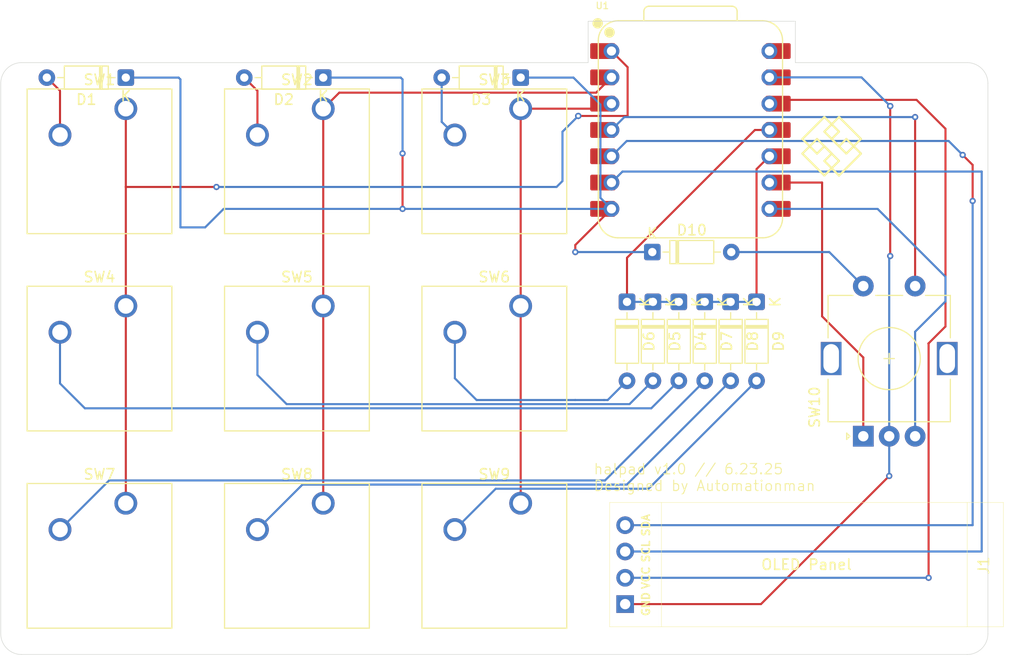
<source format=kicad_pcb>
(kicad_pcb (version 20241229) (generator "pcbnew") (generator_version "9.0")
  (layers (0 "F.Cu" signal) (2 "B.Cu" signal) (13 "F.Paste" user) (15 "B.Paste" user) (5 "F.SilkS" user "F.Silkscreen") (7 "B.SilkS" user "B.Silkscreen") (1 "F.Mask" user) (3 "B.Mask" user) (25 "Edge.Cuts" user))
  (net 0 "")
  (net 1 "SDA")
  (net 2 "SCL")
  (net 3 "Net-(J1-Pin_2)")
  (net 4 "GND")
  (net 5 "Net-(D1-A)")
  (net 6 "COL0")
  (net 7 "COL1")
  (net 8 "Net-(D2-A)")
  (net 9 "COL2")
  (net 10 "Net-(D3-A)")
  (net 11 "Net-(D4-A)")
  (net 12 "Net-(D5-A)")
  (net 13 "Net-(D6-A)")
  (net 14 "Net-(D7-A)")
  (net 15 "Net-(D8-A)")
  (net 16 "Net-(D9-A)")
  (net 17 "EC11SWA")
  (net 18 "EC11RB")
  (net 19 "COL3")
  (net 20 "EC11RA")
  (net 21 "Net-(D1-K)")
  (net 22 "VCC")
  (net 23 "ROW2")
  (net 24 "ROW1")
  (footprint "Button_Switch_Keyboard:SW_Cherry_MX_1.00u_PCB" (layer "F.Cu") (at 119.05 50)
    (property "Reference" "SW2" (at -2.54 -2.794 0) (layer "F.SilkS"))
    (property "Value" "SW_Push_45deg")
    (fp_line (start -9.525 -1.905) (end 4.445 -1.905) (stroke (width 0.12)) (layer "F.SilkS"))
    (fp_line (start -9.525 12.065) (end -9.525 -1.905) (stroke (width 0.12)) (layer "F.SilkS"))
    (fp_line (start 4.445 -1.905) (end 4.445 12.065) (stroke (width 0.12)) (layer "F.SilkS"))
    (fp_line (start 4.445 12.065) (end -9.525 12.065) (stroke (width 0.12)) (layer "F.SilkS"))
    (pad "" np_thru_hole circle (at -7.62 5.08) (size 1.7 1.7) (drill 1.7) (layers "*.Cu" "*.Mask"))
    (pad "" np_thru_hole circle (at -2.54 5.08) (size 4 4) (drill 4) (layers "*.Cu" "*.Mask"))
    (pad "" np_thru_hole circle (at 2.54 5.08) (size 1.7 1.7) (drill 1.7) (layers "*.Cu" "*.Mask"))
    (pad "1" thru_hole circle (at 0 0) (size 2.2 2.2) (drill 1.5) (layers "*.Cu" "*.Mask") (net 7 "COL1"))
    (pad "2" thru_hole circle (at -6.35 2.54) (size 2.2 2.2) (drill 1.5) (layers "*.Cu" "*.Mask") (net 8 "Net-(D2-A)"))
  )
  (footprint "OLED:SSD1306-0.91-OLED-4pin-128x32" (layer "F.Cu") (at 184.682 100.03 180)
    (property "Reference" "J1" (at 1.9 5.91 90) (layer "F.SilkS"))
    (property "Value" "OLED")
    (fp_line (start 38 12) (end 38 0) (stroke (width 0.04)) (layer "F.SilkS"))
    (fp_line (start 38 0) (end 0 0) (stroke (width 0.04)) (layer "F.SilkS"))
    (fp_line (start 33 0) (end 33 12) (stroke (width 0.04)) (layer "F.SilkS"))
    (fp_line (start 3.5 0) (end 3.5 12) (stroke (width 0.04)) (layer "F.SilkS"))
    (fp_line (start 0 12) (end 38 12) (stroke (width 0.04)) (layer "F.SilkS"))
    (fp_line (start 0 0) (end 0 12) (stroke (width 0.04)) (layer "F.SilkS"))
    (fp_text user "VCC" (at 34.5 4.73 90) (layer "F.SilkS") (effects (font (size 0.75 0.75))))
    (fp_text user "SDA" (at 34.5 9.81 90) (layer "F.SilkS") (effects (font (size 0.75 0.75))))
    (fp_text user "OLED Panel" (at 19 6 0) (layer "F.SilkS"))
    (fp_text user "SCL" (at 34.5 7.27 90) (layer "F.SilkS") (effects (font (size 0.75 0.75))))
    (fp_text user "GND" (at 34.5 2.19 90) (layer "F.SilkS") (effects (font (size 0.75 0.75))))
    (pad "1" thru_hole rect (at 36.5 2.19 180) (size 1.7 1.7) (drill 1) (layers "*.Cu" "*.Mask") (net 4 "GND"))
    (pad "2" thru_hole oval (at 36.5 4.73 180) (size 1.7 1.7) (drill 1) (layers "*.Cu" "*.Mask") (net 3 "Net-(J1-Pin_2)"))
    (pad "3" thru_hole oval (at 36.5 7.27 180) (size 1.7 1.7) (drill 1) (layers "*.Cu" "*.Mask") (net 2 "SCL"))
    (pad "4" thru_hole oval (at 36.5 9.81 180) (size 1.7 1.7) (drill 1) (layers "*.Cu" "*.Mask") (net 1 "SDA"))
  )
  (footprint "Diode_THT:D_DO-35_SOD27_P7.62mm_Horizontal" (layer "F.Cu") (at 153.36 68.655 -90)
    (property "Reference" "D4" (at 3.81 -2.12 90) (layer "F.SilkS"))
    (property "Value" "1N4148")
    (fp_line (start 1.04 0) (end 1.69 0) (stroke (width 0.12)) (layer "F.SilkS"))
    (fp_line (start 6.58 0) (end 5.93 0) (stroke (width 0.12)) (layer "F.SilkS"))
    (fp_line (start 2.29 -1.12) (end 2.29 1.12) (stroke (width 0.12)) (layer "F.SilkS"))
    (fp_line (start 2.41 -1.12) (end 2.41 1.12) (stroke (width 0.12)) (layer "F.SilkS"))
    (fp_line (start 2.53 -1.12) (end 2.53 1.12) (stroke (width 0.12)) (layer "F.SilkS"))
    (fp_rect (start 1.69 -1.12) (end 5.93 1.12) (stroke (width 0.12)) (fill no) (layer "F.SilkS"))
    (fp_text user "K" (at 0 -1.8 90) (layer "F.SilkS"))
    (pad "1" thru_hole roundrect (at 0 0 270) (size 1.6 1.6) (drill 0.8) (layers "*.Cu" "*.Mask") (roundrect_rratio 0.15625) (net 24 "ROW1"))
    (pad "2" thru_hole circle (at 7.62 0 270) (size 1.6 1.6) (drill 0.8) (layers "*.Cu" "*.Mask") (net 11 "Net-(D4-A)"))
  )
  (footprint "Diode_THT:D_DO-35_SOD27_P7.62mm_Horizontal" (layer "F.Cu") (at 138.1 47 180)
    (property "Reference" "D3" (at 3.81 -2.12 0) (layer "F.SilkS"))
    (property "Value" "1N4148")
    (fp_line (start 6.58 0) (end 5.93 0) (stroke (width 0.12)) (layer "F.SilkS"))
    (fp_line (start 2.53 -1.12) (end 2.53 1.12) (stroke (width 0.12)) (layer "F.SilkS"))
    (fp_line (start 2.41 -1.12) (end 2.41 1.12) (stroke (width 0.12)) (layer "F.SilkS"))
    (fp_line (start 2.29 -1.12) (end 2.29 1.12) (stroke (width 0.12)) (layer "F.SilkS"))
    (fp_line (start 1.04 0) (end 1.69 0) (stroke (width 0.12)) (layer "F.SilkS"))
    (fp_rect (start 1.69 -1.12) (end 5.93 1.12) (stroke (width 0.12)) (fill no) (layer "F.SilkS"))
    (fp_text user "K" (at 0 -1.8 0) (layer "F.SilkS"))
    (pad "1" thru_hole roundrect (at 0 0 180) (size 1.6 1.6) (drill 0.8) (layers "*.Cu" "*.Mask") (roundrect_rratio 0.15625) (net 21 "Net-(D1-K)"))
    (pad "2" thru_hole circle (at 7.62 0 180) (size 1.6 1.6) (drill 0.8) (layers "*.Cu" "*.Mask") (net 10 "Net-(D3-A)"))
  )
  (footprint "Diode_THT:D_DO-35_SOD27_P7.62mm_Horizontal" (layer "F.Cu") (at 155.86 68.655 -90)
    (property "Reference" "D7" (at 3.81 -2.12 90) (layer "F.SilkS"))
    (property "Value" "1N4148")
    (fp_line (start 1.04 0) (end 1.69 0) (stroke (width 0.12)) (layer "F.SilkS"))
    (fp_line (start 6.58 0) (end 5.93 0) (stroke (width 0.12)) (layer "F.SilkS"))
    (fp_line (start 2.29 -1.12) (end 2.29 1.12) (stroke (width 0.12)) (layer "F.SilkS"))
    (fp_line (start 2.41 -1.12) (end 2.41 1.12) (stroke (width 0.12)) (layer "F.SilkS"))
    (fp_line (start 2.53 -1.12) (end 2.53 1.12) (stroke (width 0.12)) (layer "F.SilkS"))
    (fp_rect (start 1.69 -1.12) (end 5.93 1.12) (stroke (width 0.12)) (fill no) (layer "F.SilkS"))
    (fp_text user "K" (at 0 -1.8 90) (layer "F.SilkS"))
    (pad "1" thru_hole roundrect (at 0 0 270) (size 1.6 1.6) (drill 0.8) (layers "*.Cu" "*.Mask") (roundrect_rratio 0.15625) (net 23 "ROW2"))
    (pad "2" thru_hole circle (at 7.62 0 270) (size 1.6 1.6) (drill 0.8) (layers "*.Cu" "*.Mask") (net 14 "Net-(D7-A)"))
  )
  (footprint "Diode_THT:D_DO-35_SOD27_P7.62mm_Horizontal" (layer "F.Cu") (at 160.86 68.655 -90)
    (property "Reference" "D9" (at 3.81 -2.12 90) (layer "F.SilkS"))
    (property "Value" "1N4148")
    (fp_line (start 1.04 0) (end 1.69 0) (stroke (width 0.12)) (layer "F.SilkS"))
    (fp_line (start 6.58 0) (end 5.93 0) (stroke (width 0.12)) (layer "F.SilkS"))
    (fp_line (start 2.29 -1.12) (end 2.29 1.12) (stroke (width 0.12)) (layer "F.SilkS"))
    (fp_line (start 2.41 -1.12) (end 2.41 1.12) (stroke (width 0.12)) (layer "F.SilkS"))
    (fp_line (start 2.53 -1.12) (end 2.53 1.12) (stroke (width 0.12)) (layer "F.SilkS"))
    (fp_rect (start 1.69 -1.12) (end 5.93 1.12) (stroke (width 0.12)) (fill no) (layer "F.SilkS"))
    (fp_text user "K" (at 0 -1.8 90) (layer "F.SilkS"))
    (pad "1" thru_hole roundrect (at 0 0 270) (size 1.6 1.6) (drill 0.8) (layers "*.Cu" "*.Mask") (roundrect_rratio 0.15625) (net 23 "ROW2"))
    (pad "2" thru_hole circle (at 7.62 0 270) (size 1.6 1.6) (drill 0.8) (layers "*.Cu" "*.Mask") (net 16 "Net-(D9-A)"))
  )
  (footprint "Diode_THT:D_DO-35_SOD27_P7.62mm_Horizontal" (layer "F.Cu") (at 100 47 180)
    (property "Reference" "D1" (at 3.81 -2.12 0) (layer "F.SilkS"))
    (property "Value" "1N4148")
    (fp_line (start 6.58 0) (end 5.93 0) (stroke (width 0.12)) (layer "F.SilkS"))
    (fp_line (start 2.53 -1.12) (end 2.53 1.12) (stroke (width 0.12)) (layer "F.SilkS"))
    (fp_line (start 2.41 -1.12) (end 2.41 1.12) (stroke (width 0.12)) (layer "F.SilkS"))
    (fp_line (start 2.29 -1.12) (end 2.29 1.12) (stroke (width 0.12)) (layer "F.SilkS"))
    (fp_line (start 1.04 0) (end 1.69 0) (stroke (width 0.12)) (layer "F.SilkS"))
    (fp_rect (start 1.69 -1.12) (end 5.93 1.12) (stroke (width 0.12)) (fill no) (layer "F.SilkS"))
    (fp_text user "K" (at 0 -1.8 0) (layer "F.SilkS"))
    (pad "1" thru_hole roundrect (at 0 0 180) (size 1.6 1.6) (drill 0.8) (layers "*.Cu" "*.Mask") (roundrect_rratio 0.15625) (net 21 "Net-(D1-K)"))
    (pad "2" thru_hole circle (at 7.62 0 180) (size 1.6 1.6) (drill 0.8) (layers "*.Cu" "*.Mask") (net 5 "Net-(D1-A)"))
  )
  (footprint "Button_Switch_Keyboard:SW_Cherry_MX_1.00u_PCB" (layer "F.Cu") (at 138.1 88.1)
    (property "Reference" "SW9" (at -2.54 -2.794 0) (layer "F.SilkS"))
    (property "Value" "SW_Push_45deg")
    (fp_line (start -9.525 -1.905) (end 4.445 -1.905) (stroke (width 0.12)) (layer "F.SilkS"))
    (fp_line (start -9.525 12.065) (end -9.525 -1.905) (stroke (width 0.12)) (layer "F.SilkS"))
    (fp_line (start 4.445 -1.905) (end 4.445 12.065) (stroke (width 0.12)) (layer "F.SilkS"))
    (fp_line (start 4.445 12.065) (end -9.525 12.065) (stroke (width 0.12)) (layer "F.SilkS"))
    (pad "" np_thru_hole circle (at -7.62 5.08) (size 1.7 1.7) (drill 1.7) (layers "*.Cu" "*.Mask"))
    (pad "" np_thru_hole circle (at -2.54 5.08) (size 4 4) (drill 4) (layers "*.Cu" "*.Mask"))
    (pad "" np_thru_hole circle (at 2.54 5.08) (size 1.7 1.7) (drill 1.7) (layers "*.Cu" "*.Mask"))
    (pad "1" thru_hole circle (at 0 0) (size 2.2 2.2) (drill 1.5) (layers "*.Cu" "*.Mask") (net 9 "COL2"))
    (pad "2" thru_hole circle (at -6.35 2.54) (size 2.2 2.2) (drill 1.5) (layers "*.Cu" "*.Mask") (net 16 "Net-(D9-A)"))
  )
  (footprint "Diode_THT:D_DO-35_SOD27_P7.62mm_Horizontal" (layer "F.Cu") (at 150.8 63.845)
    (property "Reference" "D10" (at 3.81 -2.12 0) (layer "F.SilkS"))
    (property "Value" "1N4148")
    (fp_line (start 1.04 0) (end 1.69 0) (stroke (width 0.12)) (layer "F.SilkS"))
    (fp_line (start 2.29 -1.12) (end 2.29 1.12) (stroke (width 0.12)) (layer "F.SilkS"))
    (fp_line (start 2.41 -1.12) (end 2.41 1.12) (stroke (width 0.12)) (layer "F.SilkS"))
    (fp_line (start 2.53 -1.12) (end 2.53 1.12) (stroke (width 0.12)) (layer "F.SilkS"))
    (fp_line (start 6.58 0) (end 5.93 0) (stroke (width 0.12)) (layer "F.SilkS"))
    (fp_rect (start 1.69 -1.12) (end 5.93 1.12) (stroke (width 0.12)) (fill no) (layer "F.SilkS"))
    (fp_text user "K" (at 0 -1.8 0) (layer "F.SilkS"))
    (pad "1" thru_hole roundrect (at 0 0) (size 1.6 1.6) (drill 0.8) (layers "*.Cu" "*.Mask") (roundrect_rratio 0.15625) (net 21 "Net-(D1-K)"))
    (pad "2" thru_hole circle (at 7.62 0) (size 1.6 1.6) (drill 0.8) (layers "*.Cu" "*.Mask") (net 17 "EC11SWA"))
  )
  (footprint "Button_Switch_Keyboard:SW_Cherry_MX_1.00u_PCB" (layer "F.Cu") (at 100 88.1)
    (property "Reference" "SW7" (at -2.54 -2.794 0) (layer "F.SilkS"))
    (property "Value" "SW_Push_45deg")
    (fp_line (start -9.525 -1.905) (end 4.445 -1.905) (stroke (width 0.12)) (layer "F.SilkS"))
    (fp_line (start -9.525 12.065) (end -9.525 -1.905) (stroke (width 0.12)) (layer "F.SilkS"))
    (fp_line (start 4.445 -1.905) (end 4.445 12.065) (stroke (width 0.12)) (layer "F.SilkS"))
    (fp_line (start 4.445 12.065) (end -9.525 12.065) (stroke (width 0.12)) (layer "F.SilkS"))
    (pad "" np_thru_hole circle (at -7.62 5.08) (size 1.7 1.7) (drill 1.7) (layers "*.Cu" "*.Mask"))
    (pad "" np_thru_hole circle (at -2.54 5.08) (size 4 4) (drill 4) (layers "*.Cu" "*.Mask"))
    (pad "" np_thru_hole circle (at 2.54 5.08) (size 1.7 1.7) (drill 1.7) (layers "*.Cu" "*.Mask"))
    (pad "1" thru_hole circle (at 0 0) (size 2.2 2.2) (drill 1.5) (layers "*.Cu" "*.Mask") (net 6 "COL0"))
    (pad "2" thru_hole circle (at -6.35 2.54) (size 2.2 2.2) (drill 1.5) (layers "*.Cu" "*.Mask") (net 14 "Net-(D7-A)"))
  )
  (footprint "Button_Switch_Keyboard:SW_Cherry_MX_1.00u_PCB" (layer "F.Cu") (at 119.05 69.05)
    (property "Reference" "SW5" (at -2.54 -2.794 0) (layer "F.SilkS"))
    (property "Value" "SW_Push_45deg")
    (fp_line (start -9.525 -1.905) (end 4.445 -1.905) (stroke (width 0.12)) (layer "F.SilkS"))
    (fp_line (start -9.525 12.065) (end -9.525 -1.905) (stroke (width 0.12)) (layer "F.SilkS"))
    (fp_line (start 4.445 -1.905) (end 4.445 12.065) (stroke (width 0.12)) (layer "F.SilkS"))
    (fp_line (start 4.445 12.065) (end -9.525 12.065) (stroke (width 0.12)) (layer "F.SilkS"))
    (pad "" np_thru_hole circle (at -7.62 5.08) (size 1.7 1.7) (drill 1.7) (layers "*.Cu" "*.Mask"))
    (pad "" np_thru_hole circle (at -2.54 5.08) (size 4 4) (drill 4) (layers "*.Cu" "*.Mask"))
    (pad "" np_thru_hole circle (at 2.54 5.08) (size 1.7 1.7) (drill 1.7) (layers "*.Cu" "*.Mask"))
    (pad "1" thru_hole circle (at 0 0) (size 2.2 2.2) (drill 1.5) (layers "*.Cu" "*.Mask") (net 7 "COL1"))
    (pad "2" thru_hole circle (at -6.35 2.54) (size 2.2 2.2) (drill 1.5) (layers "*.Cu" "*.Mask") (net 12 "Net-(D5-A)"))
  )
  (footprint "Diode_THT:D_DO-35_SOD27_P7.62mm_Horizontal" (layer "F.Cu") (at 158.36 68.655 -90)
    (property "Reference" "D8" (at 3.81 -2.12 90) (layer "F.SilkS"))
    (property "Value" "1N4148")
    (fp_line (start 1.04 0) (end 1.69 0) (stroke (width 0.12)) (layer "F.SilkS"))
    (fp_line (start 6.58 0) (end 5.93 0) (stroke (width 0.12)) (layer "F.SilkS"))
    (fp_line (start 2.29 -1.12) (end 2.29 1.12) (stroke (width 0.12)) (layer "F.SilkS"))
    (fp_line (start 2.41 -1.12) (end 2.41 1.12) (stroke (width 0.12)) (layer "F.SilkS"))
    (fp_line (start 2.53 -1.12) (end 2.53 1.12) (stroke (width 0.12)) (layer "F.SilkS"))
    (fp_rect (start 1.69 -1.12) (end 5.93 1.12) (stroke (width 0.12)) (fill no) (layer "F.SilkS"))
    (fp_text user "K" (at 0 -1.8 90) (layer "F.SilkS"))
    (pad "1" thru_hole roundrect (at 0 0 270) (size 1.6 1.6) (drill 0.8) (layers "*.Cu" "*.Mask") (roundrect_rratio 0.15625) (net 23 "ROW2"))
    (pad "2" thru_hole circle (at 7.62 0 270) (size 1.6 1.6) (drill 0.8) (layers "*.Cu" "*.Mask") (net 15 "Net-(D8-A)"))
  )
  (footprint "Button_Switch_Keyboard:SW_Cherry_MX_1.00u_PCB" (layer "F.Cu") (at 119.05 88.1)
    (property "Reference" "SW8" (at -2.54 -2.794 0) (layer "F.SilkS"))
    (property "Value" "SW_Push_45deg")
    (fp_line (start -9.525 -1.905) (end 4.445 -1.905) (stroke (width 0.12)) (layer "F.SilkS"))
    (fp_line (start -9.525 12.065) (end -9.525 -1.905) (stroke (width 0.12)) (layer "F.SilkS"))
    (fp_line (start 4.445 -1.905) (end 4.445 12.065) (stroke (width 0.12)) (layer "F.SilkS"))
    (fp_line (start 4.445 12.065) (end -9.525 12.065) (stroke (width 0.12)) (layer "F.SilkS"))
    (pad "" np_thru_hole circle (at -7.62 5.08) (size 1.7 1.7) (drill 1.7) (layers "*.Cu" "*.Mask"))
    (pad "" np_thru_hole circle (at -2.54 5.08) (size 4 4) (drill 4) (layers "*.Cu" "*.Mask"))
    (pad "" np_thru_hole circle (at 2.54 5.08) (size 1.7 1.7) (drill 1.7) (layers "*.Cu" "*.Mask"))
    (pad "1" thru_hole circle (at 0 0) (size 2.2 2.2) (drill 1.5) (layers "*.Cu" "*.Mask") (net 7 "COL1"))
    (pad "2" thru_hole circle (at -6.35 2.54) (size 2.2 2.2) (drill 1.5) (layers "*.Cu" "*.Mask") (net 15 "Net-(D8-A)"))
  )
  (footprint "Diode_THT:D_DO-35_SOD27_P7.62mm_Horizontal" (layer "F.Cu") (at 148.36 68.655 -90)
    (property "Reference" "D6" (at 3.81 -2.12 90) (layer "F.SilkS"))
    (property "Value" "1N4148")
    (fp_line (start 1.04 0) (end 1.69 0) (stroke (width 0.12)) (layer "F.SilkS"))
    (fp_line (start 6.58 0) (end 5.93 0) (stroke (width 0.12)) (layer "F.SilkS"))
    (fp_line (start 2.29 -1.12) (end 2.29 1.12) (stroke (width 0.12)) (layer "F.SilkS"))
    (fp_line (start 2.41 -1.12) (end 2.41 1.12) (stroke (width 0.12)) (layer "F.SilkS"))
    (fp_line (start 2.53 -1.12) (end 2.53 1.12) (stroke (width 0.12)) (layer "F.SilkS"))
    (fp_rect (start 1.69 -1.12) (end 5.93 1.12) (stroke (width 0.12)) (fill no) (layer "F.SilkS"))
    (fp_text user "K" (at 0 -1.8 90) (layer "F.SilkS"))
    (pad "1" thru_hole roundrect (at 0 0 270) (size 1.6 1.6) (drill 0.8) (layers "*.Cu" "*.Mask") (roundrect_rratio 0.15625) (net 24 "ROW1"))
    (pad "2" thru_hole circle (at 7.62 0 270) (size 1.6 1.6) (drill 0.8) (layers "*.Cu" "*.Mask") (net 13 "Net-(D6-A)"))
  )
  (footprint "Button_Switch_Keyboard:SW_Cherry_MX_1.00u_PCB" (layer "F.Cu") (at 100 50)
    (property "Reference" "SW1" (at -2.54 -2.794 0) (layer "F.SilkS"))
    (property "Value" "SW_Push_45deg")
    (fp_line (start -9.525 -1.905) (end 4.445 -1.905) (stroke (width 0.12)) (layer "F.SilkS"))
    (fp_line (start -9.525 12.065) (end -9.525 -1.905) (stroke (width 0.12)) (layer "F.SilkS"))
    (fp_line (start 4.445 -1.905) (end 4.445 12.065) (stroke (width 0.12)) (layer "F.SilkS"))
    (fp_line (start 4.445 12.065) (end -9.525 12.065) (stroke (width 0.12)) (layer "F.SilkS"))
    (pad "" np_thru_hole circle (at -7.62 5.08) (size 1.7 1.7) (drill 1.7) (layers "*.Cu" "*.Mask"))
    (pad "" np_thru_hole circle (at -2.54 5.08) (size 4 4) (drill 4) (layers "*.Cu" "*.Mask"))
    (pad "" np_thru_hole circle (at 2.54 5.08) (size 1.7 1.7) (drill 1.7) (layers "*.Cu" "*.Mask"))
    (pad "1" thru_hole circle (at 0 0) (size 2.2 2.2) (drill 1.5) (layers "*.Cu" "*.Mask") (net 6 "COL0"))
    (pad "2" thru_hole circle (at -6.35 2.54) (size 2.2 2.2) (drill 1.5) (layers "*.Cu" "*.Mask") (net 5 "Net-(D1-A)"))
  )
  (footprint "OPL:XIAO-RP2040-DIP" (layer "F.Cu") (at 154.48 52.055)
    (property "Reference" "U1" (at -8.5 -12 0) (layer "F.SilkS") (effects (font (size 0.635 0.635) (thickness 0.1016))))
    (property "Value" "XIAO-RP2040-DIP")
    (fp_line (start -8.89 8.509) (end -8.89 -8.636) (stroke (width 0.127)) (layer "F.SilkS"))
    (fp_line (start -6.985 10.414) (end 6.985 10.414) (stroke (width 0.127)) (layer "F.SilkS"))
    (fp_line (start -4.495 -10.541) (end -4.491272 -11.451272) (stroke (width 0.127)) (layer "F.SilkS"))
    (fp_line (start -3.991272 -11.951) (end 4.004 -11.951) (stroke (width 0.127)) (layer "F.SilkS"))
    (fp_line (start 4.504 -11.451) (end 4.504 -10.541) (stroke (width 0.127)) (layer "F.SilkS"))
    (fp_line (start 6.985 -10.541) (end -6.985 -10.541) (stroke (width 0.1)) (layer "F.SilkS"))
    (fp_line (start 6.985 -10.541) (end -6.985 -10.541) (stroke (width 0.127)) (layer "F.SilkS"))
    (fp_line (start 8.89 8.509) (end 8.89 -8.636) (stroke (width 0.127)) (layer "F.SilkS"))
    (fp_arc (start -8.89 -8.636) (mid -8.332038 -9.983038) (end -6.985 -10.541) (stroke (width 0.127)) (layer "F.SilkS"))
    (fp_arc (start -6.985 10.414) (mid -8.332038 9.856038) (end -8.89 8.509) (stroke (width 0.127)) (layer "F.SilkS"))
    (fp_arc (start -4.491272 -11.451272) (mid -4.344728 -11.80464) (end -3.991272 -11.951) (stroke (width 0.127)) (layer "F.SilkS"))
    (fp_arc (start 4.004 -11.951) (mid 4.357553 -11.804553) (end 4.504 -11.451) (stroke (width 0.127)) (layer "F.SilkS"))
    (fp_arc (start 6.985 -10.541) (mid 8.332038 -9.983038) (end 8.89 -8.636) (stroke (width 0.127)) (layer "F.SilkS"))
    (fp_arc (start 8.89 8.509) (mid 8.332038 9.856038) (end 6.985 10.414) (stroke (width 0.127)) (layer "F.SilkS"))
    (fp_circle (center -8.95 -10.3) (end -8.95 -10.554) (stroke (width 0.5)) (fill yes) (layer "F.SilkS"))
    (fp_circle (center -7.807 -9.42) (end -7.807 -9.674) (stroke (width 0.5)) (fill yes) (layer "F.SilkS"))
    (pad "1" smd roundrect (at -8.455 -7.62 180) (size 2.432 1.524) (layers "F.Cu" "F.Mask") (roundrect_rratio 0.1) (net 6 "COL0"))
    (pad "1" thru_hole circle (at -7.62 -7.62 180) (size 1.524 1.524) (drill 0.889) (layers "*.Cu" "*.Mask") (net 6 "COL0"))
    (pad "2" smd roundrect (at -8.455 -5.08 180) (size 2.432 1.524) (layers "F.Cu" "F.Mask") (roundrect_rratio 0.1) (net 7 "COL1"))
    (pad "2" thru_hole circle (at -7.62 -5.08 180) (size 1.524 1.524) (drill 0.889) (layers "*.Cu" "*.Mask") (net 7 "COL1"))
    (pad "3" smd roundrect (at -8.455 -2.54 180) (size 2.432 1.524) (layers "F.Cu" "F.Mask") (roundrect_rratio 0.1) (net 9 "COL2"))
    (pad "3" thru_hole circle (at -7.62 -2.54 180) (size 1.524 1.524) (drill 0.889) (layers "*.Cu" "*.Mask") (net 9 "COL2"))
    (pad "4" smd roundrect (at -8.455 0 180) (size 2.432 1.524) (layers "F.Cu" "F.Mask") (roundrect_rratio 0.1) (net 19 "COL3"))
    (pad "4" thru_hole circle (at -7.62 0 180) (size 1.524 1.524) (drill 0.889) (layers "*.Cu" "*.Mask") (net 19 "COL3"))
    (pad "5" smd roundrect (at -8.455 2.54 180) (size 2.432 1.524) (layers "F.Cu" "F.Mask") (roundrect_rratio 0.1) (net 1 "SDA"))
    (pad "5" thru_hole circle (at -7.62 2.54 180) (size 1.524 1.524) (drill 0.889) (layers "*.Cu" "*.Mask") (net 1 "SDA"))
    (pad "6" smd roundrect (at -8.455 5.08 180) (size 2.432 1.524) (layers "F.Cu" "F.Mask") (roundrect_rratio 0.1) (net 2 "SCL"))
    (pad "6" thru_hole circle (at -7.62 5.08 180) (size 1.524 1.524) (drill 0.889) (layers "*.Cu" "*.Mask") (net 2 "SCL"))
    (pad "7" smd roundrect (at -8.455 7.62 180) (size 2.432 1.524) (layers "F.Cu" "F.Mask") (roundrect_rratio 0.1) (net 21 "Net-(D1-K)"))
    (pad "7" thru_hole circle (at -7.62 7.62 180) (size 1.524 1.524) (drill 0.889) (layers "*.Cu" "*.Mask") (net 21 "Net-(D1-K)"))
    (pad "8" thru_hole circle (at 7.62 7.62) (size 1.524 1.524) (drill 0.889) (layers "*.Cu" "*.Mask") (net 18 "EC11RB"))
    (pad "8" smd roundrect (at 8.455 7.62) (size 2.432 1.524) (layers "F.Cu" "F.Mask") (roundrect_rratio 0.1) (net 18 "EC11RB"))
    (pad "9" thru_hole circle (at 7.62 5.08) (size 1.524 1.524) (drill 0.889) (layers "*.Cu" "*.Mask") (net 20 "EC11RA"))
    (pad "9" smd roundrect (at 8.455 5.08) (size 2.432 1.524) (layers "F.Cu" "F.Mask") (roundrect_rratio 0.1) (net 20 "EC11RA"))
    (pad "10" thru_hole circle (at 7.62 2.54) (size 1.524 1.524) (drill 0.889) (layers "*.Cu" "*.Mask") (net 23 "ROW2"))
    (pad "10" smd roundrect (at 8.455 2.54) (size 2.432 1.524) (layers "F.Cu" "F.Mask") (roundrect_rratio 0.1) (net 23 "ROW2"))
    (pad "11" thru_hole circle (at 7.62 0) (size 1.524 1.524) (drill 0.889) (layers "*.Cu" "*.Mask") (net 24 "ROW1"))
    (pad "11" smd roundrect (at 8.455 0) (size 2.432 1.524) (layers "F.Cu" "F.Mask") (roundrect_rratio 0.1) (net 24 "ROW1"))
    (pad "12" thru_hole circle (at 7.62 -2.54) (size 1.524 1.524) (drill 0.889) (layers "*.Cu" "*.Mask") (net 3 "Net-(J1-Pin_2)"))
    (pad "12" smd roundrect (at 8.455 -2.54) (size 2.432 1.524) (layers "F.Cu" "F.Mask") (roundrect_rratio 0.1) (net 3 "Net-(J1-Pin_2)"))
    (pad "13" thru_hole circle (at 7.62 -5.08) (size 1.524 1.524) (drill 0.889) (layers "*.Cu" "*.Mask") (net 4 "GND"))
    (pad "13" smd roundrect (at 8.455 -5.08) (size 2.432 1.524) (layers "F.Cu" "F.Mask") (roundrect_rratio 0.1) (net 4 "GND"))
    (pad "14" thru_hole circle (at 7.62 -7.62) (size 1.524 1.524) (drill 0.889) (layers "*.Cu" "*.Mask") (net 22 "VCC"))
    (pad "14" smd roundrect (at 8.455 -7.62) (size 2.432 1.524) (layers "F.Cu" "F.Mask") (roundrect_rratio 0.1) (net 22 "VCC"))
  )
  (footprint "Diode_THT:D_DO-35_SOD27_P7.62mm_Horizontal" (layer "F.Cu") (at 150.86 68.655 -90)
    (property "Reference" "D5" (at 3.81 -2.12 90) (layer "F.SilkS"))
    (property "Value" "1N4148")
    (fp_line (start 1.04 0) (end 1.69 0) (stroke (width 0.12)) (layer "F.SilkS"))
    (fp_line (start 6.58 0) (end 5.93 0) (stroke (width 0.12)) (layer "F.SilkS"))
    (fp_line (start 2.29 -1.12) (end 2.29 1.12) (stroke (width 0.12)) (layer "F.SilkS"))
    (fp_line (start 2.41 -1.12) (end 2.41 1.12) (stroke (width 0.12)) (layer "F.SilkS"))
    (fp_line (start 2.53 -1.12) (end 2.53 1.12) (stroke (width 0.12)) (layer "F.SilkS"))
    (fp_rect (start 1.69 -1.12) (end 5.93 1.12) (stroke (width 0.12)) (fill no) (layer "F.SilkS"))
    (fp_text user "K" (at 0 -1.8 90) (layer "F.SilkS"))
    (pad "1" thru_hole roundrect (at 0 0 270) (size 1.6 1.6) (drill 0.8) (layers "*.Cu" "*.Mask") (roundrect_rratio 0.15625) (net 24 "ROW1"))
    (pad "2" thru_hole circle (at 7.62 0 270) (size 1.6 1.6) (drill 0.8) (layers "*.Cu" "*.Mask") (net 12 "Net-(D5-A)"))
  )
  (footprint "Button_Switch_Keyboard:SW_Cherry_MX_1.00u_PCB" (layer "F.Cu") (at 138.1 69.05)
    (property "Reference" "SW6" (at -2.54 -2.794 0) (layer "F.SilkS"))
    (property "Value" "SW_Push_45deg")
    (fp_line (start -9.525 -1.905) (end 4.445 -1.905) (stroke (width 0.12)) (layer "F.SilkS"))
    (fp_line (start -9.525 12.065) (end -9.525 -1.905) (stroke (width 0.12)) (layer "F.SilkS"))
    (fp_line (start 4.445 -1.905) (end 4.445 12.065) (stroke (width 0.12)) (layer "F.SilkS"))
    (fp_line (start 4.445 12.065) (end -9.525 12.065) (stroke (width 0.12)) (layer "F.SilkS"))
    (pad "" np_thru_hole circle (at -7.62 5.08) (size 1.7 1.7) (drill 1.7) (layers "*.Cu" "*.Mask"))
    (pad "" np_thru_hole circle (at -2.54 5.08) (size 4 4) (drill 4) (layers "*.Cu" "*.Mask"))
    (pad "" np_thru_hole circle (at 2.54 5.08) (size 1.7 1.7) (drill 1.7) (layers "*.Cu" "*.Mask"))
    (pad "1" thru_hole circle (at 0 0) (size 2.2 2.2) (drill 1.5) (layers "*.Cu" "*.Mask") (net 9 "COL2"))
    (pad "2" thru_hole circle (at -6.35 2.54) (size 2.2 2.2) (drill 1.5) (layers "*.Cu" "*.Mask") (net 13 "Net-(D6-A)"))
  )
  (footprint "Button_Switch_Keyboard:SW_Cherry_MX_1.00u_PCB" (layer "F.Cu") (at 100 69.05)
    (property "Reference" "SW4" (at -2.54 -2.794 0) (layer "F.SilkS"))
    (property "Value" "SW_Push_45deg")
    (fp_line (start -9.525 -1.905) (end 4.445 -1.905) (stroke (width 0.12)) (layer "F.SilkS"))
    (fp_line (start -9.525 12.065) (end -9.525 -1.905) (stroke (width 0.12)) (layer "F.SilkS"))
    (fp_line (start 4.445 -1.905) (end 4.445 12.065) (stroke (width 0.12)) (layer "F.SilkS"))
    (fp_line (start 4.445 12.065) (end -9.525 12.065) (stroke (width 0.12)) (layer "F.SilkS"))
    (pad "" np_thru_hole circle (at -7.62 5.08) (size 1.7 1.7) (drill 1.7) (layers "*.Cu" "*.Mask"))
    (pad "" np_thru_hole circle (at -2.54 5.08) (size 4 4) (drill 4) (layers "*.Cu" "*.Mask"))
    (pad "" np_thru_hole circle (at 2.54 5.08) (size 1.7 1.7) (drill 1.7) (layers "*.Cu" "*.Mask"))
    (pad "1" thru_hole circle (at 0 0) (size 2.2 2.2) (drill 1.5) (layers "*.Cu" "*.Mask") (net 6 "COL0"))
    (pad "2" thru_hole circle (at -6.35 2.54) (size 2.2 2.2) (drill 1.5) (layers "*.Cu" "*.Mask") (net 11 "Net-(D4-A)"))
  )
  (footprint "Rotary_Encoder:RotaryEncoder_Alps_EC11E-Switch_Vertical_H20mm" (layer "F.Cu") (at 171.16 81.63 90)
    (property "Reference" "SW10" (at 2.8 -4.7 90) (layer "F.SilkS"))
    (property "Value" "RotaryEncoder_Switch")
    (fp_line (start 13.6 -3.4) (end 13.6 -1) (stroke (width 0.12)) (layer "F.SilkS"))
    (fp_line (start 9.5 -3.4) (end 13.6 -3.4) (stroke (width 0.12)) (layer "F.SilkS"))
    (fp_line (start 5.5 -3.4) (end 1.4 -3.4) (stroke (width 0.12)) (layer "F.SilkS"))
    (fp_line (start 1.4 -3.4) (end 1.4 8.4) (stroke (width 0.12)) (layer "F.SilkS"))
    (fp_line (start 0.3 -1.6) (end 0 -1.3) (stroke (width 0.12)) (layer "F.SilkS"))
    (fp_line (start -0.3 -1.6) (end 0.3 -1.6) (stroke (width 0.12)) (layer "F.SilkS"))
    (fp_line (start 0 -1.3) (end -0.3 -1.6) (stroke (width 0.12)) (layer "F.SilkS"))
    (fp_line (start 13.6 1.2) (end 13.6 3.8) (stroke (width 0.12)) (layer "F.SilkS"))
    (fp_line (start 7.5 2) (end 7.5 3) (stroke (width 0.12)) (layer "F.SilkS"))
    (fp_line (start 7 2.5) (end 8 2.5) (stroke (width 0.12)) (layer "F.SilkS"))
    (fp_line (start 13.6 6) (end 13.6 8.4) (stroke (width 0.12)) (layer "F.SilkS"))
    (fp_line (start 13.6 8.4) (end 9.5 8.4) (stroke (width 0.12)) (layer "F.SilkS"))
    (fp_line (start 5.5 8.4) (end 1.4 8.4) (stroke (width 0.12)) (layer "F.SilkS"))
    (fp_circle (center 7.5 2.5) (end 10.5 2.5) (stroke (width 0.12)) (fill no) (layer "F.SilkS"))
    (pad "A" thru_hole rect (at 0 0 90) (size 2 2) (drill 1) (layers "*.Cu" "*.Mask") (net 20 "EC11RA"))
    (pad "B" thru_hole circle (at 0 5 90) (size 2 2) (drill 1) (layers "*.Cu" "*.Mask") (net 18 "EC11RB"))
    (pad "C" thru_hole circle (at 0 2.5 90) (size 2 2) (drill 1) (layers "*.Cu" "*.Mask") (net 4 "GND"))
    (pad "MP" thru_hole rect (at 7.5 -3.1 90) (size 3.2 2) (drill oval 2.8 1.5) (layers "*.Cu" "*.Mask"))
    (pad "MP" thru_hole rect (at 7.5 8.1 90) (size 3.2 2) (drill oval 2.8 1.5) (layers "*.Cu" "*.Mask"))
    (pad "S1" thru_hole circle (at 14.5 5 90) (size 2 2) (drill 1) (layers "*.Cu" "*.Mask") (net 19 "COL3"))
    (pad "S2" thru_hole circle (at 14.5 0 90) (size 2 2) (drill 1) (layers "*.Cu" "*.Mask") (net 17 "EC11SWA"))
  )
  (footprint "Button_Switch_Keyboard:SW_Cherry_MX_1.00u_PCB" (layer "F.Cu") (at 138.1 50)
    (property "Reference" "SW3" (at -2.54 -2.794 0) (layer "F.SilkS"))
    (property "Value" "SW_Push_45deg")
    (fp_line (start -9.525 -1.905) (end 4.445 -1.905) (stroke (width 0.12)) (layer "F.SilkS"))
    (fp_line (start -9.525 12.065) (end -9.525 -1.905) (stroke (width 0.12)) (layer "F.SilkS"))
    (fp_line (start 4.445 -1.905) (end 4.445 12.065) (stroke (width 0.12)) (layer "F.SilkS"))
    (fp_line (start 4.445 12.065) (end -9.525 12.065) (stroke (width 0.12)) (layer "F.SilkS"))
    (pad "" np_thru_hole circle (at -7.62 5.08) (size 1.7 1.7) (drill 1.7) (layers "*.Cu" "*.Mask"))
    (pad "" np_thru_hole circle (at -2.54 5.08) (size 4 4) (drill 4) (layers "*.Cu" "*.Mask"))
    (pad "" np_thru_hole circle (at 2.54 5.08) (size 1.7 1.7) (drill 1.7) (layers "*.Cu" "*.Mask"))
    (pad "1" thru_hole circle (at 0 0) (size 2.2 2.2) (drill 1.5) (layers "*.Cu" "*.Mask") (net 9 "COL2"))
    (pad "2" thru_hole circle (at -6.35 2.54) (size 2.2 2.2) (drill 1.5) (layers "*.Cu" "*.Mask") (net 10 "Net-(D3-A)"))
  )
  (footprint "Diode_THT:D_DO-35_SOD27_P7.62mm_Horizontal" (layer "F.Cu") (at 119.05 47 180)
    (property "Reference" "D2" (at 3.81 -2.12 0) (layer "F.SilkS"))
    (property "Value" "1N4148")
    (fp_line (start 6.58 0) (end 5.93 0) (stroke (width 0.12)) (layer "F.SilkS"))
    (fp_line (start 2.53 -1.12) (end 2.53 1.12) (stroke (width 0.12)) (layer "F.SilkS"))
    (fp_line (start 2.41 -1.12) (end 2.41 1.12) (stroke (width 0.12)) (layer "F.SilkS"))
    (fp_line (start 2.29 -1.12) (end 2.29 1.12) (stroke (width 0.12)) (layer "F.SilkS"))
    (fp_line (start 1.04 0) (end 1.69 0) (stroke (width 0.12)) (layer "F.SilkS"))
    (fp_rect (start 1.69 -1.12) (end 5.93 1.12) (stroke (width 0.12)) (fill no) (layer "F.SilkS"))
    (fp_text user "K" (at 0 -1.8 0) (layer "F.SilkS"))
    (pad "1" thru_hole roundrect (at 0 0 180) (size 1.6 1.6) (drill 0.8) (layers "*.Cu" "*.Mask") (roundrect_rratio 0.15625) (net 21 "Net-(D1-K)"))
    (pad "2" thru_hole circle (at 7.62 0 180) (size 1.6 1.6) (drill 0.8) (layers "*.Cu" "*.Mask") (net 8 "Net-(D2-A)"))
  )
  (gr_line (start 168.11 55.751853) (end 167.402893 55.044747) (stroke (width 0.2)) (layer "F.SilkS"))
  (gr_line (start 166.695786 52.923426) (end 168.817107 55.044747) (stroke (width 0.2)) (layer "F.SilkS"))
  (gr_line (start 168.817107 55.044747) (end 168.11 55.751853) (stroke (width 0.2)) (layer "F.SilkS"))
  (gr_line (start 168.11 51.509213) (end 167.402893 50.802106) (stroke (width 0.2)) (layer "F.SilkS"))
  (gr_line (start 165.98868 53.630533) (end 165.281573 54.33764) (stroke (width 0.2)) (layer "F.SilkS"))
  (gr_line (start 169.524214 52.923426) (end 170.23132 53.630533) (stroke (width 0.2)) (layer "F.SilkS"))
  (gr_line (start 169.524214 54.33764) (end 167.402893 52.216319) (stroke (width 0.2)) (layer "F.SilkS"))
  (gr_line (start 167.402893 55.044747) (end 168.11 54.33764) (stroke (width 0.2)) (layer "F.SilkS"))
  (gr_line (start 167.402893 50.802106) (end 165.281573 52.923426) (stroke (width 0.2)) (layer "F.SilkS"))
  (gr_line (start 170.23132 53.630533) (end 169.524214 54.33764) (stroke (width 0.2)) (layer "F.SilkS"))
  (gr_line (start 167.402893 52.216319) (end 168.11 51.509213) (stroke (width 0.2)) (layer "F.SilkS"))
  (gr_line (start 168.817107 52.216319) (end 168.11 52.923426) (stroke (width 0.2)) (layer "F.SilkS"))
  (gr_line (start 170.938427 54.33764) (end 170.23132 53.630533) (stroke (width 0.2)) (layer "F.SilkS"))
  (gr_line (start 165.281573 52.923426) (end 165.98868 53.630533) (stroke (width 0.2)) (layer "F.SilkS"))
  (gr_line (start 168.817107 56.45896) (end 170.938427 54.33764) (stroke (width 0.2)) (layer "F.SilkS"))
  (gr_line (start 165.281573 54.33764) (end 167.402893 56.45896) (stroke (width 0.2)) (layer "F.SilkS"))
  (gr_line (start 168.11 52.923426) (end 168.817107 53.630533) (stroke (width 0.2)) (layer "F.SilkS"))
  (gr_line (start 168.817107 50.802106) (end 168.11 51.509213) (stroke (width 0.2)) (layer "F.SilkS"))
  (gr_line (start 168.11 55.751853) (end 168.817107 56.45896) (stroke (width 0.2)) (layer "F.SilkS"))
  (gr_line (start 167.402893 53.630533) (end 166.695786 54.33764) (stroke (width 0.2)) (layer "F.SilkS"))
  (gr_line (start 170.938427 52.923426) (end 168.817107 50.802106) (stroke (width 0.2)) (layer "F.SilkS"))
  (gr_line (start 170.23132 53.630533) (end 170.938427 52.923426) (stroke (width 0.2)) (layer "F.SilkS"))
  (gr_line (start 168.11 51.509213) (end 168.817107 52.216319) (stroke (width 0.2)) (layer "F.SilkS"))
  (gr_line (start 168.817107 53.630533) (end 169.524214 52.923426) (stroke (width 0.2)) (layer "F.SilkS"))
  (gr_line (start 166.695786 54.33764) (end 165.98868 53.630533) (stroke (width 0.2)) (layer "F.SilkS"))
  (gr_line (start 167.402893 56.45896) (end 168.11 55.751853) (stroke (width 0.2)) (layer "F.SilkS"))
  (gr_line (start 165.98868 53.630533) (end 166.695786 52.923426) (stroke (width 0.2)) (layer "F.SilkS"))
  (gr_line (start 168.11 54.33764) (end 167.402893 53.630533) (stroke (width 0.2)) (layer "F.SilkS"))
  (gr_arc (start 181.185 45.555) (mid 182.599214 46.140786) (end 183.185 47.555) (stroke (width 0.05)) (layer "Edge.Cuts"))
  (gr_line (start 89.935 45.555) (end 144.61 45.555) (stroke (width 0.05)) (layer "Edge.Cuts"))
  (gr_arc (start 87.935 47.555) (mid 88.520786 46.140786) (end 89.935 45.555) (stroke (width 0.05)) (layer "Edge.Cuts"))
  (gr_line (start 181.185 102.705) (end 89.935 102.705) (stroke (width 0.05)) (layer "Edge.Cuts"))
  (gr_line (start 144.61 41.555) (end 164.61 41.555) (stroke (width 0.05)) (layer "Edge.Cuts"))
  (gr_line (start 164.61 41.555) (end 164.61 45.555) (stroke (width 0.05)) (layer "Edge.Cuts"))
  (gr_line (start 183.185 47.555) (end 183.185 100.705) (stroke (width 0.05)) (layer "Edge.Cuts"))
  (gr_line (start 144.61 41.555) (end 144.61 45.555) (stroke (width 0.05)) (layer "Edge.Cuts"))
  (gr_arc (start 183.185 100.705) (mid 182.599214 102.119214) (end 181.185 102.705) (stroke (width 0.05)) (layer "Edge.Cuts"))
  (gr_arc (start 89.935 102.705) (mid 88.520786 102.119214) (end 87.935 100.705) (stroke (width 0.05)) (layer "Edge.Cuts"))
  (gr_line (start 181.185 45.555) (end 164.61 45.555) (stroke (width 0.05)) (layer "Edge.Cuts"))
  (gr_line (start 87.935 100.705) (end 87.935 47.555) (stroke (width 0.05)) (layer "Edge.Cuts"))
  (gr_text "halpad v1.0 // 6.23.25\nDesigned by Automationman\n" (at 145.085 87 0) (layer "F.SilkS") (effects (font (size 1 1) (thickness 0.1)) (justify left bottom)))
  (segment (start 181.71 55.43) (end 181.71 58.91) (width 0.2) (layer "F.Cu") (net 1))
  (segment (start 180.746756 54.466757) (end 181.71 55.43) (width 0.2) (layer "F.Cu") (net 1))
  (via (at 180.746756 54.466757) (size 0.6) (drill 0.3) (layers "F.Cu" "B.Cu") (net 1))
  (via (at 181.71 58.91) (size 0.6) (drill 0.3) (layers "F.Cu" "B.Cu") (net 1))
  (segment (start 181.71 90.22) (end 181.71 58.91) (width 0.2) (layer "B.Cu") (net 1))
  (segment (start 148.182 90.22) (end 148.36325 90.03875) (width 0.2) (layer "B.Cu") (net 1))
  (segment (start 179.398 53.118) (end 148.337 53.118) (width 0.2) (layer "B.Cu") (net 1))
  (segment (start 180.746756 54.466757) (end 179.398 53.118) (width 0.2) (layer "B.Cu") (net 1))
  (segment (start 148.337 53.118) (end 146.86 54.595) (width 0.2) (layer "B.Cu") (net 1))
  (segment (start 148.182 90.22) (end 181.71 90.22) (width 0.2) (layer "B.Cu") (net 1))
  (segment (start 182.584 56.072) (end 147.923 56.072) (width 0.2) (layer "B.Cu") (net 2))
  (segment (start 182.584 92.76) (end 182.584 56.072) (width 0.2) (layer "B.Cu") (net 2))
  (segment (start 147.923 56.072) (end 146.86 57.135) (width 0.2) (layer "B.Cu") (net 2))
  (segment (start 148.182 92.76) (end 182.584 92.76) (width 0.2) (layer "B.Cu") (net 2))
  (segment (start 177.44 72.68) (end 179.09 71.03) (width 0.2) (layer "F.Cu") (net 3))
  (segment (start 177.461 95.3) (end 177.461 72.701) (width 0.2) (layer "F.Cu") (net 3))
  (segment (start 162.468 49.147) (end 162.1 49.515) (width 0.2) (layer "F.Cu") (net 3))
  (segment (start 177.461 72.701) (end 177.44 72.68) (width 0.2) (layer "F.Cu") (net 3))
  (segment (start 176.29825 49.147) (end 162.468 49.147) (width 0.2) (layer "F.Cu") (net 3))
  (segment (start 179.09 51.93875) (end 176.29825 49.147) (width 0.2) (layer "F.Cu") (net 3))
  (segment (start 179.09 71.03) (end 179.09 51.93875) (width 0.2) (layer "F.Cu") (net 3))
  (via (at 177.461 95.3) (size 0.6) (drill 0.3) (layers "F.Cu" "B.Cu") (net 3))
  (segment (start 177.461 95.3) (end 148.182 95.3) (width 0.2) (layer "B.Cu") (net 3))
  (segment (start 173.756 49.748) (end 173.756 64.226) (width 0.2) (layer "F.Cu") (net 4))
  (segment (start 173.66 85.466) (end 161.286 97.84) (width 0.2) (layer "F.Cu") (net 4))
  (segment (start 161.286 97.84) (end 148.182 97.84) (width 0.2) (layer "F.Cu") (net 4))
  (via (at 173.756 64.226) (size 0.6) (drill 0.3) (layers "F.Cu" "B.Cu") (net 4))
  (via (at 173.66 85.466) (size 0.6) (drill 0.3) (layers "F.Cu" "B.Cu") (net 4))
  (via (at 173.756 49.748) (size 0.6) (drill 0.3) (layers "F.Cu" "B.Cu") (net 4))
  (via (at 173.756 49.748) (size 0.6) (drill 0.3) (layers "F.Cu" "B.Cu") (net 4))
  (segment (start 170.983 46.975) (end 173.756 49.748) (width 0.2) (layer "B.Cu") (net 4))
  (segment (start 173.756 64.226) (end 173.66 64.322) (width 0.2) (layer "B.Cu") (net 4))
  (segment (start 162.1 46.975) (end 170.983 46.975) (width 0.2) (layer "B.Cu") (net 4))
  (segment (start 173.66 81.63) (end 173.66 85.466) (width 0.2) (layer "B.Cu") (net 4))
  (segment (start 173.66 64.322) (end 173.66 81.63) (width 0.2) (layer "B.Cu") (net 4))
  (segment (start 93.65 48.27) (end 92.38 47) (width 0.2) (layer "F.Cu") (net 5))
  (segment (start 93.65 52.54) (end 93.65 48.27) (width 0.2) (layer "F.Cu") (net 5))
  (segment (start 108.745 57.5585) (end 100 57.5585) (width 0.2) (layer "F.Cu") (net 6))
  (segment (start 146.86 44.435) (end 148.4195 45.9945) (width 0.2) (layer "F.Cu") (net 6))
  (segment (start 100 57.5585) (end 100 50) (width 0.2) (layer "F.Cu") (net 6))
  (segment (start 146.86 44.435) (end 146.025 44.435) (width 0.2) (layer "F.Cu") (net 6))
  (segment (start 148.4195 50.7005) (end 143.657 50.7005) (width 0.2) (layer "F.Cu") (net 6))
  (segment (start 148.4195 45.9945) (end 148.4195 50.7005) (width 0.2) (layer "F.Cu") (net 6))
  (segment (start 100 88.1) (end 100 57.5585) (width 0.2) (layer "F.Cu") (net 6))
  (via (at 108.745 57.5585) (size 0.6) (drill 0.3) (layers "F.Cu" "B.Cu") (net 6))
  (via (at 143.657 50.7005) (size 0.6) (drill 0.3) (layers "F.Cu" "B.Cu") (net 6))
  (via (at 143.657 50.7005) (size 0.6) (drill 0.3) (layers "F.Cu" "B.Cu") (net 6))
  (segment (start 141.5615 57.5585) (end 142.133 56.987) (width 0.2) (layer "B.Cu") (net 6))
  (segment (start 142.133 56.987) (end 142.133 52.2245) (width 0.2) (layer "B.Cu") (net 6))
  (segment (start 108.745 57.5585) (end 141.5615 57.5585) (width 0.2) (layer "B.Cu") (net 6))
  (segment (start 142.133 52.2245) (end 143.657 50.7005) (width 0.2) (layer "B.Cu") (net 6))
  (segment (start 146.86 46.975) (end 145.383 48.452) (width 0.2) (layer "F.Cu") (net 7))
  (segment (start 145.383 48.452) (end 120.598 48.452) (width 0.2) (layer "F.Cu") (net 7))
  (segment (start 119.05 50) (end 119.05 88.1) (width 0.2) (layer "F.Cu") (net 7))
  (segment (start 120.598 48.452) (end 119.05 50) (width 0.2) (layer "F.Cu") (net 7))
  (segment (start 112.7 48.27) (end 111.43 47) (width 0.2) (layer "F.Cu") (net 8))
  (segment (start 112.7 52.54) (end 112.7 48.27) (width 0.2) (layer "F.Cu") (net 8))
  (segment (start 146.375 50) (end 146.86 49.515) (width 0.2) (layer "F.Cu") (net 9))
  (segment (start 138.1 50) (end 138.1 88.1) (width 0.2) (layer "F.Cu") (net 9))
  (segment (start 138.1 50) (end 146.375 50) (width 0.2) (layer "F.Cu") (net 9))
  (segment (start 131.75 52.54) (end 130.48 51.27) (width 0.2) (layer "B.Cu") (net 10))
  (segment (start 130.48 51.27) (end 130.48 47) (width 0.2) (layer "B.Cu") (net 10))
  (segment (start 93.65 76.53) (end 93.65 71.59) (width 0.2) (layer "B.Cu") (net 11))
  (segment (start 96.0545 78.9345) (end 93.65 76.53) (width 0.2) (layer "B.Cu") (net 11))
  (segment (start 153.36 76.275) (end 150.7005 78.9345) (width 0.2) (layer "B.Cu") (net 11))
  (segment (start 150.7005 78.9345) (end 96.0545 78.9345) (width 0.2) (layer "B.Cu") (net 11))
  (segment (start 150.86 76.275) (end 148.6015 78.5335) (width 0.2) (layer "B.Cu") (net 12))
  (segment (start 112.7 75.715) (end 112.7 71.59) (width 0.2) (layer "B.Cu") (net 12))
  (segment (start 115.5185 78.5335) (end 112.7 75.715) (width 0.2) (layer "B.Cu") (net 12))
  (segment (start 148.6015 78.5335) (end 115.5185 78.5335) (width 0.2) (layer "B.Cu") (net 12))
  (segment (start 146.5025 78.1325) (end 146.145 78.1325) (width 0.2) (layer "B.Cu") (net 13))
  (segment (start 143.37125 78.1325) (end 146.145 78.1325) (width 0.2) (layer "B.Cu") (net 13))
  (segment (start 131.75 76.03625) (end 133.84625 78.1325) (width 0.2) (layer "B.Cu") (net 13))
  (segment (start 133.84625 78.1325) (end 143.37125 78.1325) (width 0.2) (layer "B.Cu") (net 13))
  (segment (start 148.36 76.275) (end 146.5025 78.1325) (width 0.2) (layer "B.Cu") (net 13))
  (segment (start 131.75 71.59) (end 131.75 76.03625) (width 0.2) (layer "B.Cu") (net 13))
  (segment (start 146.238 85.897) (end 155.86 76.275) (width 0.2) (layer "B.Cu") (net 14))
  (segment (start 98.393 85.897) (end 93.65 90.64) (width 0.2) (layer "B.Cu") (net 14))
  (segment (start 98.393 85.897) (end 146.238 85.897) (width 0.2) (layer "B.Cu") (net 14))
  (segment (start 117.042 86.298) (end 112.7 90.64) (width 0.2) (layer "B.Cu") (net 15))
  (segment (start 148.337 86.298) (end 158.36 76.275) (width 0.2) (layer "B.Cu") (net 15))
  (segment (start 117.042 86.298) (end 148.337 86.298) (width 0.2) (layer "B.Cu") (net 15))
  (segment (start 150.436 86.699) (end 160.86 76.275) (width 0.2) (layer "B.Cu") (net 16))
  (segment (start 135.691 86.699) (end 150.436 86.699) (width 0.2) (layer "B.Cu") (net 16))
  (segment (start 135.691 86.699) (end 131.75 90.64) (width 0.2) (layer "B.Cu") (net 16))
  (segment (start 167.875 63.845) (end 171.16 67.13) (width 0.2) (layer "B.Cu") (net 17))
  (segment (start 158.42 63.845) (end 167.875 63.845) (width 0.2) (layer "B.Cu") (net 17))
  (segment (start 162.1 59.675) (end 172.53875 59.675) (width 0.2) (layer "B.Cu") (net 18))
  (segment (start 176.16 71.5375) (end 176.16 81.63) (width 0.2) (layer "B.Cu") (net 18))
  (segment (start 179.09 66.22625) (end 179.09 68.6075) (width 0.2) (layer "B.Cu") (net 18))
  (segment (start 172.53875 59.675) (end 179.09 66.22625) (width 0.2) (layer "B.Cu") (net 18))
  (segment (start 179.09 68.6075) (end 176.16 71.5375) (width 0.2) (layer "B.Cu") (net 18))
  (segment (start 176.16 50.81) (end 176.16 67.13) (width 0.2) (layer "F.Cu") (net 19))
  (via (at 176.16 50.81) (size 0.6) (drill 0.3) (layers "F.Cu" "B.Cu") (net 19))
  (segment (start 176.16 50.81) (end 148.105 50.81) (width 0.2) (layer "B.Cu") (net 19))
  (segment (start 148.105 50.81) (end 146.86 52.055) (width 0.2) (layer "B.Cu") (net 19))
  (segment (start 167.18375 70.05175) (end 167.18375 57.14) (width 0.2) (layer "F.Cu") (net 20))
  (segment (start 167.17875 57.135) (end 167.18375 57.14) (width 0.2) (layer "F.Cu") (net 20))
  (segment (start 171.16 74.028) (end 167.18375 70.05175) (width 0.2) (layer "F.Cu") (net 20))
  (segment (start 162.1 57.135) (end 167.17875 57.135) (width 0.2) (layer "F.Cu") (net 20))
  (segment (start 171.16 81.63) (end 171.16 74.028) (width 0.2) (layer "F.Cu") (net 20))
  (segment (start 126.7025 54.32) (end 126.7025 59.675) (width 0.2) (layer "F.Cu") (net 21))
  (segment (start 143.37125 63.16375) (end 143.37125 63.845) (width 0.2) (layer "F.Cu") (net 21))
  (segment (start 150.8 63.845) (end 150.8 63.615) (width 0.2) (layer "F.Cu") (net 21))
  (segment (start 146.86 59.675) (end 143.37125 63.16375) (width 0.2) (layer "F.Cu") (net 21))
  (via (at 126.7025 59.675) (size 0.6) (drill 0.3) (layers "F.Cu" "B.Cu") (net 21))
  (via (at 143.37125 63.845) (size 0.6) (drill 0.3) (layers "F.Cu" "B.Cu") (net 21))
  (via (at 126.7025 54.32) (size 0.6) (drill 0.3) (layers "F.Cu" "B.Cu") (net 21))
  (segment (start 126.52625 47) (end 126.7025 47.17625) (width 0.2) (layer "B.Cu") (net 21))
  (segment (start 105.27125 47.17625) (end 105.27125 61.46375) (width 0.2) (layer "B.Cu") (net 21))
  (segment (start 119.05 47) (end 126.52625 47) (width 0.2) (layer "B.Cu") (net 21))
  (segment (start 107.6525 61.46375) (end 109.44125 59.675) (width 0.2) (layer "B.Cu") (net 21))
  (segment (start 109.44125 59.675) (end 146.86 59.675) (width 0.2) (layer "B.Cu") (net 21))
  (segment (start 138.1 47) (end 143.195 47) (width 0.2) (layer "B.Cu") (net 21))
  (segment (start 105.095 47) (end 105.27125 47.17625) (width 0.2) (layer "B.Cu") (net 21))
  (segment (start 145.797 49.602) (end 145.797 58.612) (width 0.2) (layer "B.Cu") (net 21))
  (segment (start 145.797 58.612) (end 146.86 59.675) (width 0.2) (layer "B.Cu") (net 21))
  (segment (start 126.7025 47.17625) (end 126.7025 54.32) (width 0.2) (layer "B.Cu") (net 21))
  (segment (start 143.37125 63.845) (end 150.8 63.845) (width 0.2) (layer "B.Cu") (net 21))
  (segment (start 100 47) (end 105.095 47) (width 0.2) (layer "B.Cu") (net 21))
  (segment (start 105.27125 61.46375) (end 107.6525 61.46375) (width 0.2) (layer "B.Cu") (net 21))
  (segment (start 143.195 47) (end 145.797 49.602) (width 0.2) (layer "B.Cu") (net 21))
  (segment (start 160.86 55.835) (end 160.86 68.655) (width 0.2) (layer "F.Cu") (net 23))
  (segment (start 162.1 54.595) (end 160.86 55.835) (width 0.2) (layer "F.Cu") (net 23))
  (segment (start 155.86 68.655) (end 160.86 68.655) (width 0.2) (layer "B.Cu") (net 23))
  (segment (start 160.70384 52.055) (end 148.36 64.39884) (width 0.2) (layer "F.Cu") (net 24))
  (segment (start 162.1 52.055) (end 160.70384 52.055) (width 0.2) (layer "F.Cu") (net 24))
  (segment (start 148.36 64.39884) (end 148.36 68.655) (width 0.2) (layer "F.Cu") (net 24))
  (segment (start 153.36 68.655) (end 148.36 68.655) (width 0.2) (layer "B.Cu") (net 24))
)
</source>
